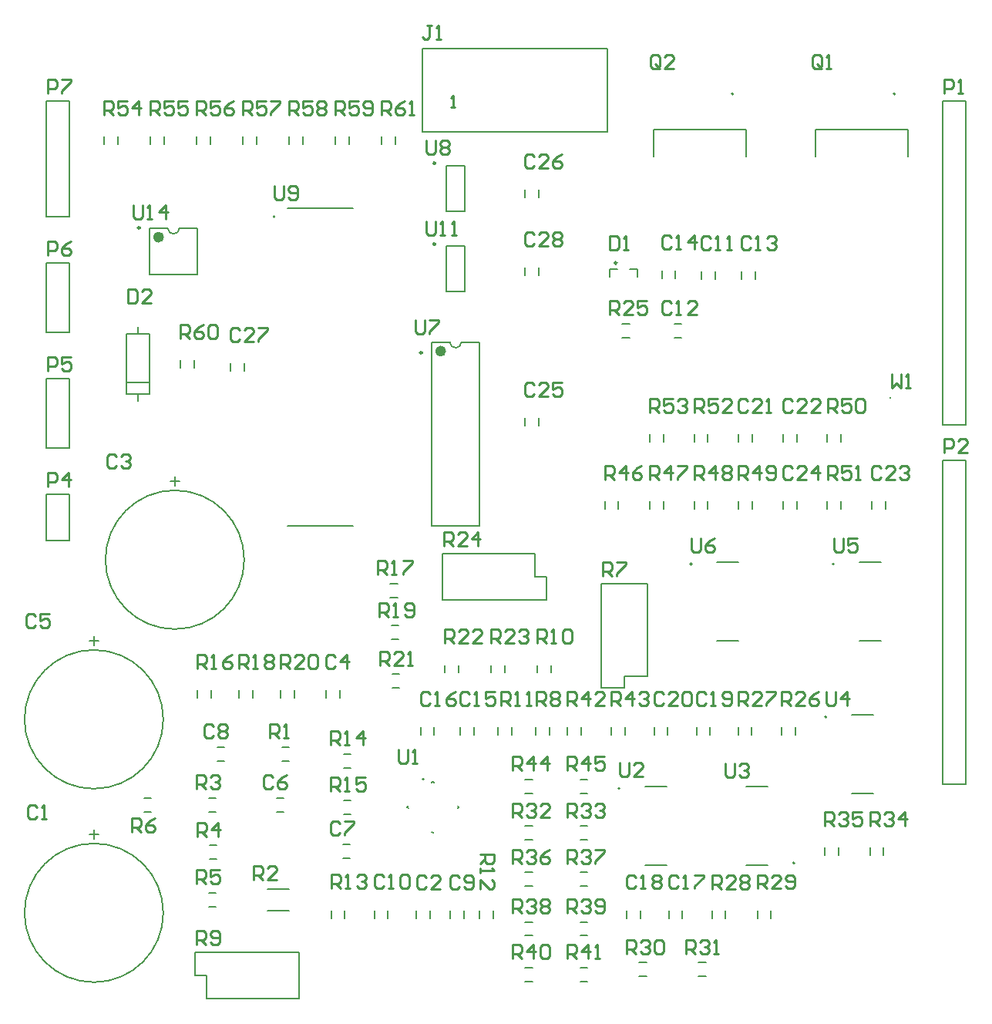
<source format=gto>
G04*
G04 #@! TF.GenerationSoftware,Altium Limited,Altium Designer,20.0.9 (164)*
G04*
G04 Layer_Color=65535*
%FSLAX25Y25*%
%MOIN*%
G70*
G01*
G75*
%ADD10C,0.00787*%
%ADD11C,0.02362*%
%ADD12C,0.00984*%
%ADD13C,0.00500*%
%ADD14C,0.00591*%
%ADD15C,0.01000*%
D10*
X103000Y212000D02*
G03*
X103000Y212000I-30000J0D01*
G01*
X68000Y59354D02*
G03*
X68000Y59354I-30000J0D01*
G01*
X116268Y360338D02*
G03*
X116268Y360338I-394J0D01*
G01*
X191953Y306102D02*
G03*
X196953Y306102I2500J0D01*
G01*
X69953Y355378D02*
G03*
X74953Y355378I2500J0D01*
G01*
X68000Y143000D02*
G03*
X68000Y143000I-30000J0D01*
G01*
X180792Y117026D02*
G03*
X180792Y117026I-394J0D01*
G01*
X384567Y413406D02*
G03*
X384567Y413406I-394J0D01*
G01*
X314567D02*
G03*
X314567Y413406I-394J0D01*
G01*
X354816Y144011D02*
G03*
X354816Y144011I-394J0D01*
G01*
X358193Y210142D02*
G03*
X358193Y210142I-394J0D01*
G01*
X296586D02*
G03*
X296586Y210142I-394J0D01*
G01*
X265449Y113142D02*
G03*
X265449Y113142I-394J0D01*
G01*
X341034Y80858D02*
G03*
X341034Y80858I-394J0D01*
G01*
X218662Y136334D02*
Y139483D01*
X212757Y136334D02*
Y139483D01*
X322730Y263026D02*
Y266175D01*
X316824Y263026D02*
Y266175D01*
X59740Y108953D02*
X62890D01*
X59740Y103047D02*
X62890D01*
X204726Y57110D02*
Y60260D01*
X210631Y57110D02*
Y60260D01*
X17453Y220338D02*
Y240338D01*
Y220338D02*
X27453D01*
Y240338D01*
X17453D02*
X27453D01*
X17453Y410338D02*
X27453D01*
Y360338D02*
Y410338D01*
X17453Y360338D02*
Y410338D01*
Y360338D02*
X27453D01*
X17453Y310338D02*
X27453D01*
X17453D02*
Y340338D01*
X27453D01*
Y310338D02*
Y340338D01*
X184020Y226574D02*
X204886D01*
X196953Y306102D02*
X204886D01*
X184020D02*
X191953D01*
X204886Y226574D02*
Y306102D01*
X184020Y226574D02*
Y306102D01*
X52213Y309653D02*
X62213D01*
X52213Y283653D02*
Y309653D01*
Y283653D02*
X62213D01*
Y309653D01*
X52213Y288653D02*
X62213D01*
X57213Y309653D02*
Y312653D01*
Y280653D02*
Y283653D01*
X17453Y290338D02*
X27453D01*
Y260338D02*
Y290338D01*
X17453Y260338D02*
X27453D01*
X17453D02*
Y290338D01*
X62020Y335299D02*
Y355378D01*
X82886Y335299D02*
Y355378D01*
X62020D02*
X69953D01*
X74953D02*
X82886D01*
X62020Y335299D02*
X82886D01*
X122500Y391763D02*
Y394913D01*
X128406Y391763D02*
Y394913D01*
X190516Y362735D02*
X198390D01*
X190516Y382420D02*
X198390D01*
Y362735D02*
Y382420D01*
X190516Y362735D02*
Y382420D01*
X88406Y391763D02*
Y394913D01*
X82500Y391763D02*
Y394913D01*
X68406Y391763D02*
Y394913D01*
X62500Y391763D02*
Y394913D01*
X108406Y391763D02*
Y394913D01*
X102500Y391763D02*
Y394913D01*
X148406Y391763D02*
Y394913D01*
X142500Y391763D02*
Y394913D01*
X168406Y391763D02*
Y394913D01*
X162500Y391763D02*
Y394913D01*
X42500Y391763D02*
Y394913D01*
X48406Y391763D02*
Y394913D01*
X97047Y293740D02*
Y296890D01*
X102953Y293740D02*
Y296890D01*
X81406Y295078D02*
Y298228D01*
X75500Y295078D02*
Y298228D01*
X224500Y368763D02*
Y371913D01*
X230406Y368763D02*
Y371913D01*
X230406Y270105D02*
Y273255D01*
X224500Y270105D02*
Y273255D01*
X224500Y335078D02*
Y338228D01*
X230406Y335078D02*
Y338228D01*
X190516Y327811D02*
X198390D01*
X190516Y347496D02*
X198390D01*
Y327811D02*
Y347496D01*
X190516Y327811D02*
Y347496D01*
X183429Y57110D02*
Y60260D01*
X177523Y57110D02*
Y60260D01*
X138354Y152425D02*
Y155575D01*
X144260Y152425D02*
Y155575D01*
X119370Y125047D02*
X122520D01*
X119370Y130953D02*
X122520D01*
X112906Y60276D02*
X122354D01*
X112906Y69724D02*
X122354D01*
X87740Y103047D02*
X90890D01*
X87740Y108953D02*
X90890D01*
X145740Y83047D02*
X148890D01*
X145740Y88953D02*
X148890D01*
X117055Y108953D02*
X120205D01*
X117055Y103047D02*
X120205D01*
X91370Y125047D02*
X94520D01*
X91370Y130953D02*
X94520D01*
X88055Y82547D02*
X91205D01*
X88055Y88453D02*
X91205D01*
X87740Y62047D02*
X90890D01*
X87740Y67953D02*
X90890D01*
X257500Y201500D02*
X277500D01*
X257500Y156500D02*
Y201500D01*
Y156500D02*
X267500D01*
Y161500D01*
X277500D01*
Y201500D01*
X229224Y136334D02*
Y139483D01*
X235130Y136334D02*
Y139483D01*
X126638Y22219D02*
Y42219D01*
X81638D02*
X126638D01*
X81638Y32219D02*
Y42219D01*
Y32219D02*
X86638D01*
Y22219D02*
Y32219D01*
Y22219D02*
X126638D01*
X235583Y163240D02*
Y166390D01*
X229677Y163240D02*
Y166390D01*
X192097Y57110D02*
Y60260D01*
X198002Y57110D02*
Y60260D01*
X159317Y57110D02*
Y60260D01*
X165222Y57110D02*
Y60260D01*
X146536Y57110D02*
Y60260D01*
X140630Y57110D02*
Y60260D01*
X146055Y122047D02*
X149205D01*
X146055Y127953D02*
X149205D01*
X146055Y102047D02*
X149205D01*
X146055Y107953D02*
X149205D01*
X82677Y152425D02*
Y155575D01*
X88583Y152425D02*
Y155575D01*
X166182Y195709D02*
X169331D01*
X166182Y201614D02*
X169331D01*
X100677Y152425D02*
Y155575D01*
X106583Y152425D02*
Y155575D01*
X166740Y177547D02*
X169890D01*
X166740Y183453D02*
X169890D01*
X118829Y152425D02*
Y155575D01*
X124734Y152425D02*
Y155575D01*
X195583Y163240D02*
Y166390D01*
X189677Y163240D02*
Y166390D01*
X167055Y156547D02*
X170205D01*
X167055Y162453D02*
X170205D01*
X215583Y163240D02*
Y166390D01*
X209677Y163240D02*
Y166390D01*
X188630Y194500D02*
Y214500D01*
Y194500D02*
X233630D01*
Y204500D01*
X228630D02*
X233630D01*
X228630D02*
Y214500D01*
X188630D02*
X228630D01*
X266425Y308047D02*
X269575D01*
X266425Y313953D02*
X269575D01*
X306709Y333425D02*
Y336575D01*
X300804Y333425D02*
Y336575D01*
X289072Y313953D02*
X292221D01*
X289072Y308047D02*
X292221D01*
X323953Y333425D02*
Y336575D01*
X318047Y333425D02*
Y336575D01*
X289465Y333716D02*
Y336866D01*
X283560Y333716D02*
Y336866D01*
X269756Y337756D02*
X272905D01*
Y334213D02*
Y337756D01*
X261094D02*
X264244D01*
X261094Y334213D02*
Y337756D01*
X405000Y122500D02*
Y255000D01*
Y115000D02*
Y122500D01*
Y115000D02*
X415000D01*
Y255000D01*
X405000D02*
X415000D01*
X405000Y277838D02*
Y410338D01*
Y270338D02*
Y277838D01*
Y270338D02*
X415000D01*
Y410338D01*
X405000D02*
X415000D01*
X202307Y136334D02*
Y139483D01*
X196402Y136334D02*
Y139483D01*
X382457Y281803D02*
Y282197D01*
X185182Y136334D02*
Y139483D01*
X179277Y136334D02*
Y139483D01*
X336024Y263026D02*
Y266175D01*
X341930Y263026D02*
Y266175D01*
X361130Y234084D02*
Y237233D01*
X355224Y234084D02*
Y237233D01*
X355224Y263026D02*
Y266175D01*
X361130Y263026D02*
Y266175D01*
X278424Y234084D02*
Y237233D01*
X284330Y234084D02*
Y237233D01*
X264799Y234084D02*
Y237233D01*
X258893Y234084D02*
Y237233D01*
X374424Y234084D02*
Y237233D01*
X380330Y234084D02*
Y237233D01*
X336024Y234084D02*
Y237233D01*
X341930Y234084D02*
Y237233D01*
X297624Y234084D02*
Y237233D01*
X303530Y234084D02*
Y237233D01*
X316824Y234084D02*
Y237233D01*
X322730Y234084D02*
Y237233D01*
X303530Y263026D02*
Y266175D01*
X297624Y263026D02*
Y266175D01*
X284330Y263026D02*
Y266175D01*
X278424Y263026D02*
Y266175D01*
X322481Y136334D02*
Y139483D01*
X316575Y136334D02*
Y139483D01*
X335464Y136334D02*
Y139483D01*
X341369Y136334D02*
Y139483D01*
X324905Y57110D02*
Y60260D01*
X330811Y57110D02*
Y60260D01*
X311152Y57110D02*
Y60260D01*
X305246Y57110D02*
Y60260D01*
X299508Y31921D02*
X302657D01*
X299508Y37826D02*
X302657D01*
X273883Y31921D02*
X277033D01*
X273883Y37826D02*
X277033D01*
X248308Y90905D02*
X251458D01*
X248308Y96811D02*
X251458D01*
X224425Y90905D02*
X227575D01*
X224425Y96811D02*
X227575D01*
X292476Y57110D02*
Y60260D01*
X286571Y57110D02*
Y60260D01*
X354047Y84425D02*
Y87575D01*
X359953Y84425D02*
Y87575D01*
X379498Y84425D02*
Y87575D01*
X373592Y84425D02*
Y87575D01*
X274277Y57110D02*
Y60260D01*
X268372Y57110D02*
Y60260D01*
X224471Y70902D02*
X227621D01*
X224471Y76808D02*
X227621D01*
X298561Y136334D02*
Y139483D01*
X304467Y136334D02*
Y139483D01*
X248354Y76808D02*
X251504D01*
X248354Y70902D02*
X251504D01*
X280255Y136334D02*
Y139483D01*
X286161Y136334D02*
Y139483D01*
X224471Y49501D02*
X227621D01*
X224471Y55407D02*
X227621D01*
X248354Y55407D02*
X251504D01*
X248354Y49501D02*
X251504D01*
X224471Y29774D02*
X227621D01*
X224471Y35680D02*
X227621D01*
X248354Y35680D02*
X251504D01*
X248354Y29774D02*
X251504D01*
X248702Y136334D02*
Y139483D01*
X242796Y136334D02*
Y139483D01*
X267705Y136334D02*
Y139483D01*
X261799Y136334D02*
Y139483D01*
X224425Y111047D02*
X227575D01*
X224425Y116953D02*
X227575D01*
X248308Y116953D02*
X251458D01*
X248308Y111047D02*
X251458D01*
D11*
X189138Y302165D02*
G03*
X189138Y302165I-1181J0D01*
G01*
X67138Y351441D02*
G03*
X67138Y351441I-1181J0D01*
G01*
D12*
X179945Y301456D02*
G03*
X179945Y301456I-492J0D01*
G01*
X57945Y355456D02*
G03*
X57945Y355456I-492J0D01*
G01*
X185693Y383423D02*
G03*
X185693Y383423I-492J0D01*
G01*
Y348499D02*
G03*
X185693Y348499I-492J0D01*
G01*
X264146Y340315D02*
G03*
X264146Y340315I-492J0D01*
G01*
D13*
X121703Y226618D02*
X150203D01*
X121703Y364059D02*
X150203D01*
X184157Y94338D02*
X184630Y93864D01*
X195292Y105473D02*
X195765Y105000D01*
X173494D02*
X173968Y104527D01*
X184630Y116136D02*
X185103Y115662D01*
X184630Y93864D02*
X185103Y94338D01*
X195292Y104527D02*
X195765Y105000D01*
X173494D02*
X173968Y105473D01*
X184157Y115662D02*
X184630Y116136D01*
X390000Y386232D02*
Y398063D01*
X350000Y386232D02*
Y398063D01*
X390000D01*
X320000Y386232D02*
Y398063D01*
X280000Y386232D02*
Y398063D01*
X320000D01*
X179921Y397087D02*
Y432913D01*
Y397087D02*
X260079D01*
Y432913D01*
X179921D02*
X260079D01*
X365761Y110842D02*
X374973D01*
X365761Y144897D02*
X374973D01*
X369138Y176972D02*
X378350D01*
X369138Y211028D02*
X378350D01*
X307531Y176972D02*
X316744D01*
X307531Y211028D02*
X316744D01*
X276394Y79972D02*
X285606D01*
X276394Y114028D02*
X285606D01*
X320089D02*
X329302D01*
X320089Y79972D02*
X329302D01*
D14*
X72949Y244015D02*
Y247951D01*
X70981Y245983D02*
X74917D01*
X37949Y91369D02*
Y95305D01*
X35981Y93337D02*
X39917D01*
X37949Y175015D02*
Y178951D01*
X35981Y176983D02*
X39917D01*
D15*
X192500Y407500D02*
X194166D01*
X193333D01*
Y412498D01*
X192500Y411665D01*
X47599Y256498D02*
X46599Y257498D01*
X44600D01*
X43600Y256498D01*
Y252500D01*
X44600Y251500D01*
X46599D01*
X47599Y252500D01*
X49598Y256498D02*
X50598Y257498D01*
X52597D01*
X53597Y256498D01*
Y255499D01*
X52597Y254499D01*
X51597D01*
X52597D01*
X53597Y253499D01*
Y252500D01*
X52597Y251500D01*
X50598D01*
X49598Y252500D01*
X383100Y292198D02*
Y286200D01*
X385099Y288199D01*
X387099Y286200D01*
Y292198D01*
X389098Y286200D02*
X391097D01*
X390098D01*
Y292198D01*
X389098Y291198D01*
X55053Y365436D02*
Y360438D01*
X56053Y359438D01*
X58052D01*
X59052Y360438D01*
Y365436D01*
X61051Y359438D02*
X63050D01*
X62051D01*
Y365436D01*
X61051Y364437D01*
X69048Y359438D02*
Y365436D01*
X66049Y362437D01*
X70048D01*
X181853Y358436D02*
Y353438D01*
X182853Y352438D01*
X184852D01*
X185852Y353438D01*
Y358436D01*
X187851Y352438D02*
X189850D01*
X188851D01*
Y358436D01*
X187851Y357436D01*
X192849Y352438D02*
X194849D01*
X193849D01*
Y358436D01*
X192849Y357436D01*
X116053Y373636D02*
Y368638D01*
X117053Y367638D01*
X119052D01*
X120052Y368638D01*
Y373636D01*
X122051Y368638D02*
X123051Y367638D01*
X125050D01*
X126050Y368638D01*
Y372637D01*
X125050Y373636D01*
X123051D01*
X122051Y372637D01*
Y371637D01*
X123051Y370637D01*
X126050D01*
X181853Y393436D02*
Y388438D01*
X182853Y387438D01*
X184852D01*
X185852Y388438D01*
Y393436D01*
X187851Y392437D02*
X188851Y393436D01*
X190850D01*
X191850Y392437D01*
Y391437D01*
X190850Y390437D01*
X191850Y389438D01*
Y388438D01*
X190850Y387438D01*
X188851D01*
X187851Y388438D01*
Y389438D01*
X188851Y390437D01*
X187851Y391437D01*
Y392437D01*
X188851Y390437D02*
X190850D01*
X177053Y315536D02*
Y310538D01*
X178053Y309538D01*
X180052D01*
X181052Y310538D01*
Y315536D01*
X183051D02*
X187050D01*
Y314536D01*
X183051Y310538D01*
Y309538D01*
X296387Y221148D02*
Y216150D01*
X297387Y215150D01*
X299386D01*
X300386Y216150D01*
Y221148D01*
X306384D02*
X304385Y220148D01*
X302385Y218149D01*
Y216150D01*
X303385Y215150D01*
X305384D01*
X306384Y216150D01*
Y217149D01*
X305384Y218149D01*
X302385D01*
X357994Y221148D02*
Y216150D01*
X358994Y215150D01*
X360993D01*
X361993Y216150D01*
Y221148D01*
X367991D02*
X363992D01*
Y218149D01*
X365991Y219149D01*
X366991D01*
X367991Y218149D01*
Y216150D01*
X366991Y215150D01*
X364992D01*
X363992Y216150D01*
X354617Y155017D02*
Y150019D01*
X355617Y149019D01*
X357616D01*
X358616Y150019D01*
Y155017D01*
X363614Y149019D02*
Y155017D01*
X360615Y152018D01*
X364614D01*
X310995Y124098D02*
Y119100D01*
X311995Y118100D01*
X313994D01*
X314994Y119100D01*
Y124098D01*
X316993Y123098D02*
X317993Y124098D01*
X319992D01*
X320992Y123098D01*
Y122099D01*
X319992Y121099D01*
X318993D01*
X319992D01*
X320992Y120099D01*
Y119100D01*
X319992Y118100D01*
X317993D01*
X316993Y119100D01*
X265250Y124148D02*
Y119150D01*
X266250Y118150D01*
X268249D01*
X269249Y119150D01*
Y124148D01*
X275247Y118150D02*
X271248D01*
X275247Y122149D01*
Y123148D01*
X274247Y124148D01*
X272248D01*
X271248Y123148D01*
X169630Y129998D02*
Y125000D01*
X170630Y124000D01*
X172629D01*
X173629Y125000D01*
Y129998D01*
X175628Y124000D02*
X177627D01*
X176628D01*
Y129998D01*
X175628Y128998D01*
X162553Y404438D02*
Y410436D01*
X165552D01*
X166552Y409437D01*
Y407437D01*
X165552Y406437D01*
X162553D01*
X164552D02*
X166552Y404438D01*
X172550Y410436D02*
X170550Y409437D01*
X168551Y407437D01*
Y405438D01*
X169551Y404438D01*
X171550D01*
X172550Y405438D01*
Y406437D01*
X171550Y407437D01*
X168551D01*
X174549Y404438D02*
X176548D01*
X175549D01*
Y410436D01*
X174549Y409437D01*
X75553Y307738D02*
Y313736D01*
X78552D01*
X79552Y312737D01*
Y310737D01*
X78552Y309737D01*
X75553D01*
X77552D02*
X79552Y307738D01*
X85550Y313736D02*
X83550Y312737D01*
X81551Y310737D01*
Y308738D01*
X82551Y307738D01*
X84550D01*
X85550Y308738D01*
Y309737D01*
X84550Y310737D01*
X81551D01*
X87549Y312737D02*
X88549Y313736D01*
X90548D01*
X91548Y312737D01*
Y308738D01*
X90548Y307738D01*
X88549D01*
X87549Y308738D01*
Y312737D01*
X142553Y404438D02*
Y410436D01*
X145552D01*
X146552Y409437D01*
Y407437D01*
X145552Y406437D01*
X142553D01*
X144552D02*
X146552Y404438D01*
X152550Y410436D02*
X148551D01*
Y407437D01*
X150550Y408437D01*
X151550D01*
X152550Y407437D01*
Y405438D01*
X151550Y404438D01*
X149551D01*
X148551Y405438D01*
X154549D02*
X155549Y404438D01*
X157548D01*
X158548Y405438D01*
Y409437D01*
X157548Y410436D01*
X155549D01*
X154549Y409437D01*
Y408437D01*
X155549Y407437D01*
X158548D01*
X122553Y404438D02*
Y410436D01*
X125552D01*
X126552Y409437D01*
Y407437D01*
X125552Y406437D01*
X122553D01*
X124552D02*
X126552Y404438D01*
X132550Y410436D02*
X128551D01*
Y407437D01*
X130550Y408437D01*
X131550D01*
X132550Y407437D01*
Y405438D01*
X131550Y404438D01*
X129551D01*
X128551Y405438D01*
X134549Y409437D02*
X135549Y410436D01*
X137548D01*
X138548Y409437D01*
Y408437D01*
X137548Y407437D01*
X138548Y406437D01*
Y405438D01*
X137548Y404438D01*
X135549D01*
X134549Y405438D01*
Y406437D01*
X135549Y407437D01*
X134549Y408437D01*
Y409437D01*
X135549Y407437D02*
X137548D01*
X102553Y404438D02*
Y410436D01*
X105552D01*
X106552Y409437D01*
Y407437D01*
X105552Y406437D01*
X102553D01*
X104552D02*
X106552Y404438D01*
X112550Y410436D02*
X108551D01*
Y407437D01*
X110550Y408437D01*
X111550D01*
X112550Y407437D01*
Y405438D01*
X111550Y404438D01*
X109551D01*
X108551Y405438D01*
X114549Y410436D02*
X118548D01*
Y409437D01*
X114549Y405438D01*
Y404438D01*
X82553D02*
Y410436D01*
X85552D01*
X86552Y409437D01*
Y407437D01*
X85552Y406437D01*
X82553D01*
X84552D02*
X86552Y404438D01*
X92550Y410436D02*
X88551D01*
Y407437D01*
X90550Y408437D01*
X91550D01*
X92550Y407437D01*
Y405438D01*
X91550Y404438D01*
X89551D01*
X88551Y405438D01*
X98548Y410436D02*
X96548Y409437D01*
X94549Y407437D01*
Y405438D01*
X95549Y404438D01*
X97548D01*
X98548Y405438D01*
Y406437D01*
X97548Y407437D01*
X94549D01*
X62553Y404438D02*
Y410436D01*
X65552D01*
X66552Y409437D01*
Y407437D01*
X65552Y406437D01*
X62553D01*
X64552D02*
X66552Y404438D01*
X72550Y410436D02*
X68551D01*
Y407437D01*
X70550Y408437D01*
X71550D01*
X72550Y407437D01*
Y405438D01*
X71550Y404438D01*
X69551D01*
X68551Y405438D01*
X78548Y410436D02*
X74549D01*
Y407437D01*
X76548Y408437D01*
X77548D01*
X78548Y407437D01*
Y405438D01*
X77548Y404438D01*
X75549D01*
X74549Y405438D01*
X42553Y404438D02*
Y410436D01*
X45552D01*
X46552Y409437D01*
Y407437D01*
X45552Y406437D01*
X42553D01*
X44552D02*
X46552Y404438D01*
X52550Y410436D02*
X48551D01*
Y407437D01*
X50550Y408437D01*
X51550D01*
X52550Y407437D01*
Y405438D01*
X51550Y404438D01*
X49551D01*
X48551Y405438D01*
X57548Y404438D02*
Y410436D01*
X54549Y407437D01*
X58548D01*
X278427Y275651D02*
Y281648D01*
X281426D01*
X282426Y280649D01*
Y278649D01*
X281426Y277650D01*
X278427D01*
X280426D02*
X282426Y275651D01*
X288424Y281648D02*
X284425D01*
Y278649D01*
X286424Y279649D01*
X287424D01*
X288424Y278649D01*
Y276650D01*
X287424Y275651D01*
X285425D01*
X284425Y276650D01*
X290423Y280649D02*
X291423Y281648D01*
X293422D01*
X294422Y280649D01*
Y279649D01*
X293422Y278649D01*
X292423D01*
X293422D01*
X294422Y277650D01*
Y276650D01*
X293422Y275651D01*
X291423D01*
X290423Y276650D01*
X297627Y275651D02*
Y281648D01*
X300626D01*
X301626Y280649D01*
Y278649D01*
X300626Y277650D01*
X297627D01*
X299626D02*
X301626Y275651D01*
X307624Y281648D02*
X303625D01*
Y278649D01*
X305625Y279649D01*
X306624D01*
X307624Y278649D01*
Y276650D01*
X306624Y275651D01*
X304625D01*
X303625Y276650D01*
X313622Y275651D02*
X309623D01*
X313622Y279649D01*
Y280649D01*
X312622Y281648D01*
X310623D01*
X309623Y280649D01*
X355277Y246759D02*
Y252757D01*
X358276D01*
X359276Y251757D01*
Y249758D01*
X358276Y248758D01*
X355277D01*
X357276D02*
X359276Y246759D01*
X365274Y252757D02*
X361275D01*
Y249758D01*
X363275Y250757D01*
X364274D01*
X365274Y249758D01*
Y247758D01*
X364274Y246759D01*
X362275D01*
X361275Y247758D01*
X367273Y246759D02*
X369272D01*
X368273D01*
Y252757D01*
X367273Y251757D01*
X355277Y275700D02*
Y281698D01*
X358276D01*
X359276Y280699D01*
Y278699D01*
X358276Y277700D01*
X355277D01*
X357276D02*
X359276Y275700D01*
X365274Y281698D02*
X361275D01*
Y278699D01*
X363275Y279699D01*
X364274D01*
X365274Y278699D01*
Y276700D01*
X364274Y275700D01*
X362275D01*
X361275Y276700D01*
X367273Y280699D02*
X368273Y281698D01*
X370272D01*
X371272Y280699D01*
Y276700D01*
X370272Y275700D01*
X368273D01*
X367273Y276700D01*
Y280699D01*
X316877Y246774D02*
Y252772D01*
X319876D01*
X320876Y251772D01*
Y249773D01*
X319876Y248773D01*
X316877D01*
X318876D02*
X320876Y246774D01*
X325874D02*
Y252772D01*
X322875Y249773D01*
X326874D01*
X328873Y247773D02*
X329873Y246774D01*
X331872D01*
X332872Y247773D01*
Y251772D01*
X331872Y252772D01*
X329873D01*
X328873Y251772D01*
Y250772D01*
X329873Y249773D01*
X332872D01*
X297677Y246774D02*
Y252772D01*
X300676D01*
X301676Y251772D01*
Y249773D01*
X300676Y248773D01*
X297677D01*
X299676D02*
X301676Y246774D01*
X306674D02*
Y252772D01*
X303675Y249773D01*
X307674D01*
X309673Y251772D02*
X310673Y252772D01*
X312672D01*
X313672Y251772D01*
Y250772D01*
X312672Y249773D01*
X313672Y248773D01*
Y247773D01*
X312672Y246774D01*
X310673D01*
X309673Y247773D01*
Y248773D01*
X310673Y249773D01*
X309673Y250772D01*
Y251772D01*
X310673Y249773D02*
X312672D01*
X278477Y246759D02*
Y252757D01*
X281476D01*
X282476Y251757D01*
Y249758D01*
X281476Y248758D01*
X278477D01*
X280476D02*
X282476Y246759D01*
X287474D02*
Y252757D01*
X284475Y249758D01*
X288474D01*
X290473Y252757D02*
X294472D01*
Y251757D01*
X290473Y247758D01*
Y246759D01*
X258896Y246709D02*
Y252707D01*
X261895D01*
X262895Y251707D01*
Y249708D01*
X261895Y248708D01*
X258896D01*
X260895D02*
X262895Y246709D01*
X267893D02*
Y252707D01*
X264894Y249708D01*
X268893D01*
X274891Y252707D02*
X272891Y251707D01*
X270892Y249708D01*
Y247708D01*
X271892Y246709D01*
X273891D01*
X274891Y247708D01*
Y248708D01*
X273891Y249708D01*
X270892D01*
X242798Y120900D02*
Y126898D01*
X245797D01*
X246797Y125898D01*
Y123899D01*
X245797Y122899D01*
X242798D01*
X244797D02*
X246797Y120900D01*
X251795D02*
Y126898D01*
X248796Y123899D01*
X252795D01*
X258793Y126898D02*
X254794D01*
Y123899D01*
X256793Y124899D01*
X257793D01*
X258793Y123899D01*
Y121900D01*
X257793Y120900D01*
X255794D01*
X254794Y121900D01*
X218900Y120900D02*
Y126898D01*
X221899D01*
X222899Y125898D01*
Y123899D01*
X221899Y122899D01*
X218900D01*
X220899D02*
X222899Y120900D01*
X227897D02*
Y126898D01*
X224898Y123899D01*
X228897D01*
X233895Y120900D02*
Y126898D01*
X230896Y123899D01*
X234895D01*
X261802Y148959D02*
Y154957D01*
X264801D01*
X265800Y153957D01*
Y151958D01*
X264801Y150958D01*
X261802D01*
X263801D02*
X265800Y148959D01*
X270799D02*
Y154957D01*
X267800Y151958D01*
X271798D01*
X273798Y153957D02*
X274798Y154957D01*
X276797D01*
X277797Y153957D01*
Y152957D01*
X276797Y151958D01*
X275797D01*
X276797D01*
X277797Y150958D01*
Y149958D01*
X276797Y148959D01*
X274798D01*
X273798Y149958D01*
X242849Y149009D02*
Y155007D01*
X245848D01*
X246848Y154007D01*
Y152008D01*
X245848Y151008D01*
X242849D01*
X244848D02*
X246848Y149009D01*
X251846D02*
Y155007D01*
X248847Y152008D01*
X252846D01*
X258844Y149009D02*
X254845D01*
X258844Y153007D01*
Y154007D01*
X257844Y155007D01*
X255845D01*
X254845Y154007D01*
X242829Y39627D02*
Y45625D01*
X245828D01*
X246828Y44625D01*
Y42626D01*
X245828Y41626D01*
X242829D01*
X244829D02*
X246828Y39627D01*
X251826D02*
Y45625D01*
X248827Y42626D01*
X252826D01*
X254825Y39627D02*
X256825D01*
X255825D01*
Y45625D01*
X254825Y44625D01*
X218946Y39627D02*
Y45625D01*
X221945D01*
X222945Y44625D01*
Y42626D01*
X221945Y41626D01*
X218946D01*
X220946D02*
X222945Y39627D01*
X227943D02*
Y45625D01*
X224944Y42626D01*
X228943D01*
X230942Y44625D02*
X231942Y45625D01*
X233941D01*
X234941Y44625D01*
Y40627D01*
X233941Y39627D01*
X231942D01*
X230942Y40627D01*
Y44625D01*
X242829Y59354D02*
Y65352D01*
X245828D01*
X246828Y64352D01*
Y62353D01*
X245828Y61353D01*
X242829D01*
X244829D02*
X246828Y59354D01*
X248827Y64352D02*
X249827Y65352D01*
X251826D01*
X252826Y64352D01*
Y63353D01*
X251826Y62353D01*
X250827D01*
X251826D01*
X252826Y61353D01*
Y60354D01*
X251826Y59354D01*
X249827D01*
X248827Y60354D01*
X254825D02*
X255825Y59354D01*
X257824D01*
X258824Y60354D01*
Y64352D01*
X257824Y65352D01*
X255825D01*
X254825Y64352D01*
Y63353D01*
X255825Y62353D01*
X258824D01*
X218946Y59354D02*
Y65352D01*
X221945D01*
X222945Y64352D01*
Y62353D01*
X221945Y61353D01*
X218946D01*
X220946D02*
X222945Y59354D01*
X224944Y64352D02*
X225944Y65352D01*
X227943D01*
X228943Y64352D01*
Y63353D01*
X227943Y62353D01*
X226943D01*
X227943D01*
X228943Y61353D01*
Y60354D01*
X227943Y59354D01*
X225944D01*
X224944Y60354D01*
X230942Y64352D02*
X231942Y65352D01*
X233941D01*
X234941Y64352D01*
Y63353D01*
X233941Y62353D01*
X234941Y61353D01*
Y60354D01*
X233941Y59354D01*
X231942D01*
X230942Y60354D01*
Y61353D01*
X231942Y62353D01*
X230942Y63353D01*
Y64352D01*
X231942Y62353D02*
X233941D01*
X242829Y80755D02*
Y86753D01*
X245828D01*
X246828Y85753D01*
Y83754D01*
X245828Y82754D01*
X242829D01*
X244829D02*
X246828Y80755D01*
X248827Y85753D02*
X249827Y86753D01*
X251826D01*
X252826Y85753D01*
Y84754D01*
X251826Y83754D01*
X250827D01*
X251826D01*
X252826Y82754D01*
Y81755D01*
X251826Y80755D01*
X249827D01*
X248827Y81755D01*
X254825Y86753D02*
X258824D01*
Y85753D01*
X254825Y81755D01*
Y80755D01*
X218946Y80755D02*
Y86753D01*
X221945D01*
X222945Y85753D01*
Y83754D01*
X221945Y82754D01*
X218946D01*
X220946D02*
X222945Y80755D01*
X224944Y85753D02*
X225944Y86753D01*
X227943D01*
X228943Y85753D01*
Y84754D01*
X227943Y83754D01*
X226943D01*
X227943D01*
X228943Y82754D01*
Y81755D01*
X227943Y80755D01*
X225944D01*
X224944Y81755D01*
X234941Y86753D02*
X232942Y85753D01*
X230942Y83754D01*
Y81755D01*
X231942Y80755D01*
X233941D01*
X234941Y81755D01*
Y82754D01*
X233941Y83754D01*
X230942D01*
X354100Y97100D02*
Y103098D01*
X357099D01*
X358099Y102098D01*
Y100099D01*
X357099Y99099D01*
X354100D01*
X356099D02*
X358099Y97100D01*
X360098Y102098D02*
X361098Y103098D01*
X363097D01*
X364097Y102098D01*
Y101099D01*
X363097Y100099D01*
X362097D01*
X363097D01*
X364097Y99099D01*
Y98100D01*
X363097Y97100D01*
X361098D01*
X360098Y98100D01*
X370095Y103098D02*
X366096D01*
Y100099D01*
X368095Y101099D01*
X369095D01*
X370095Y100099D01*
Y98100D01*
X369095Y97100D01*
X367096D01*
X366096Y98100D01*
X373595Y97050D02*
Y103048D01*
X376594D01*
X377594Y102048D01*
Y100049D01*
X376594Y99049D01*
X373595D01*
X375594D02*
X377594Y97050D01*
X379593Y102048D02*
X380593Y103048D01*
X382592D01*
X383592Y102048D01*
Y101049D01*
X382592Y100049D01*
X381593D01*
X382592D01*
X383592Y99049D01*
Y98050D01*
X382592Y97050D01*
X380593D01*
X379593Y98050D01*
X388590Y97050D02*
Y103048D01*
X385591Y100049D01*
X389590D01*
X242783Y100758D02*
Y106756D01*
X245782D01*
X246782Y105756D01*
Y103757D01*
X245782Y102757D01*
X242783D01*
X244782D02*
X246782Y100758D01*
X248781Y105756D02*
X249781Y106756D01*
X251780D01*
X252780Y105756D01*
Y104757D01*
X251780Y103757D01*
X250781D01*
X251780D01*
X252780Y102757D01*
Y101758D01*
X251780Y100758D01*
X249781D01*
X248781Y101758D01*
X254779Y105756D02*
X255779Y106756D01*
X257778D01*
X258778Y105756D01*
Y104757D01*
X257778Y103757D01*
X256779D01*
X257778D01*
X258778Y102757D01*
Y101758D01*
X257778Y100758D01*
X255779D01*
X254779Y101758D01*
X218900Y100758D02*
Y106756D01*
X221899D01*
X222899Y105756D01*
Y103757D01*
X221899Y102757D01*
X218900D01*
X220899D02*
X222899Y100758D01*
X224898Y105756D02*
X225898Y106756D01*
X227897D01*
X228897Y105756D01*
Y104757D01*
X227897Y103757D01*
X226897D01*
X227897D01*
X228897Y102757D01*
Y101758D01*
X227897Y100758D01*
X225898D01*
X224898Y101758D01*
X234895Y100758D02*
X230896D01*
X234895Y104757D01*
Y105756D01*
X233895Y106756D01*
X231896D01*
X230896Y105756D01*
X293982Y41773D02*
Y47771D01*
X296981D01*
X297981Y46772D01*
Y44772D01*
X296981Y43773D01*
X293982D01*
X295982D02*
X297981Y41773D01*
X299980Y46772D02*
X300980Y47771D01*
X302979D01*
X303979Y46772D01*
Y45772D01*
X302979Y44772D01*
X301980D01*
X302979D01*
X303979Y43773D01*
Y42773D01*
X302979Y41773D01*
X300980D01*
X299980Y42773D01*
X305978Y41773D02*
X307978D01*
X306978D01*
Y47771D01*
X305978Y46772D01*
X268358Y41773D02*
Y47771D01*
X271357D01*
X272357Y46772D01*
Y44772D01*
X271357Y43773D01*
X268358D01*
X270357D02*
X272357Y41773D01*
X274356Y46772D02*
X275356Y47771D01*
X277355D01*
X278355Y46772D01*
Y45772D01*
X277355Y44772D01*
X276356D01*
X277355D01*
X278355Y43773D01*
Y42773D01*
X277355Y41773D01*
X275356D01*
X274356Y42773D01*
X280354Y46772D02*
X281354Y47771D01*
X283353D01*
X284353Y46772D01*
Y42773D01*
X283353Y41773D01*
X281354D01*
X280354Y42773D01*
Y46772D01*
X324958Y69785D02*
Y75783D01*
X327957D01*
X328957Y74783D01*
Y72784D01*
X327957Y71784D01*
X324958D01*
X326958D02*
X328957Y69785D01*
X334955D02*
X330956D01*
X334955Y73784D01*
Y74783D01*
X333955Y75783D01*
X331956D01*
X330956Y74783D01*
X336954Y70785D02*
X337954Y69785D01*
X339953D01*
X340953Y70785D01*
Y74783D01*
X339953Y75783D01*
X337954D01*
X336954Y74783D01*
Y73784D01*
X337954Y72784D01*
X340953D01*
X305249Y69735D02*
Y75733D01*
X308248D01*
X309248Y74734D01*
Y72734D01*
X308248Y71734D01*
X305249D01*
X307248D02*
X309248Y69735D01*
X315246D02*
X311247D01*
X315246Y73734D01*
Y74734D01*
X314246Y75733D01*
X312247D01*
X311247Y74734D01*
X317245D02*
X318245Y75733D01*
X320244D01*
X321244Y74734D01*
Y73734D01*
X320244Y72734D01*
X321244Y71734D01*
Y70735D01*
X320244Y69735D01*
X318245D01*
X317245Y70735D01*
Y71734D01*
X318245Y72734D01*
X317245Y73734D01*
Y74734D01*
X318245Y72734D02*
X320244D01*
X316620Y148994D02*
Y154992D01*
X319619D01*
X320618Y153992D01*
Y151993D01*
X319619Y150993D01*
X316620D01*
X318619D02*
X320618Y148994D01*
X326617D02*
X322618D01*
X326617Y152993D01*
Y153992D01*
X325617Y154992D01*
X323618D01*
X322618Y153992D01*
X328616Y154992D02*
X332615D01*
Y153992D01*
X328616Y149994D01*
Y148994D01*
X335520D02*
Y154992D01*
X338519D01*
X339518Y153992D01*
Y151993D01*
X338519Y150993D01*
X335520D01*
X337519D02*
X339518Y148994D01*
X345516D02*
X341518D01*
X345516Y152993D01*
Y153992D01*
X344517Y154992D01*
X342517D01*
X341518Y153992D01*
X351515Y154992D02*
X349515Y153992D01*
X347516Y151993D01*
Y149994D01*
X348516Y148994D01*
X350515D01*
X351515Y149994D01*
Y150993D01*
X350515Y151993D01*
X347516D01*
X260900Y317900D02*
Y323898D01*
X263899D01*
X264899Y322898D01*
Y320899D01*
X263899Y319899D01*
X260900D01*
X262899D02*
X264899Y317900D01*
X270897D02*
X266898D01*
X270897Y321899D01*
Y322898D01*
X269897Y323898D01*
X267898D01*
X266898Y322898D01*
X276895Y323898D02*
X272896D01*
Y320899D01*
X274896Y321899D01*
X275895D01*
X276895Y320899D01*
Y318900D01*
X275895Y317900D01*
X273896D01*
X272896Y318900D01*
X189230Y217900D02*
Y223898D01*
X192229D01*
X193229Y222898D01*
Y220899D01*
X192229Y219899D01*
X189230D01*
X191229D02*
X193229Y217900D01*
X199227D02*
X195228D01*
X199227Y221899D01*
Y222898D01*
X198227Y223898D01*
X196228D01*
X195228Y222898D01*
X204225Y217900D02*
Y223898D01*
X201226Y220899D01*
X205225D01*
X209680Y175865D02*
Y181863D01*
X212679D01*
X213679Y180863D01*
Y178864D01*
X212679Y177864D01*
X209680D01*
X211679D02*
X213679Y175865D01*
X219677D02*
X215678D01*
X219677Y179864D01*
Y180863D01*
X218677Y181863D01*
X216678D01*
X215678Y180863D01*
X221676D02*
X222676Y181863D01*
X224675D01*
X225675Y180863D01*
Y179864D01*
X224675Y178864D01*
X223675D01*
X224675D01*
X225675Y177864D01*
Y176865D01*
X224675Y175865D01*
X222676D01*
X221676Y176865D01*
X189680Y175865D02*
Y181863D01*
X192679D01*
X193679Y180863D01*
Y178864D01*
X192679Y177864D01*
X189680D01*
X191679D02*
X193679Y175865D01*
X199677D02*
X195678D01*
X199677Y179864D01*
Y180863D01*
X198677Y181863D01*
X196678D01*
X195678Y180863D01*
X205675Y175865D02*
X201676D01*
X205675Y179864D01*
Y180863D01*
X204675Y181863D01*
X202676D01*
X201676Y180863D01*
X161580Y166450D02*
Y172448D01*
X164579D01*
X165579Y171448D01*
Y169449D01*
X164579Y168449D01*
X161580D01*
X163579D02*
X165579Y166450D01*
X171577D02*
X167578D01*
X171577Y170449D01*
Y171448D01*
X170577Y172448D01*
X168578D01*
X167578Y171448D01*
X173576Y166450D02*
X175575D01*
X174576D01*
Y172448D01*
X173576Y171448D01*
X118881Y165085D02*
Y171083D01*
X121880D01*
X122880Y170083D01*
Y168084D01*
X121880Y167084D01*
X118881D01*
X120881D02*
X122880Y165085D01*
X128878D02*
X124880D01*
X128878Y169084D01*
Y170083D01*
X127878Y171083D01*
X125879D01*
X124880Y170083D01*
X130877D02*
X131877Y171083D01*
X133877D01*
X134876Y170083D01*
Y166085D01*
X133877Y165085D01*
X131877D01*
X130877Y166085D01*
Y170083D01*
X161265Y187450D02*
Y193448D01*
X164264D01*
X165264Y192448D01*
Y190449D01*
X164264Y189449D01*
X161265D01*
X163264D02*
X165264Y187450D01*
X167263D02*
X169262D01*
X168263D01*
Y193448D01*
X167263Y192448D01*
X172261Y188450D02*
X173261Y187450D01*
X175260D01*
X176260Y188450D01*
Y192448D01*
X175260Y193448D01*
X173261D01*
X172261Y192448D01*
Y191449D01*
X173261Y190449D01*
X176260D01*
X100730Y165085D02*
Y171083D01*
X103729D01*
X104729Y170083D01*
Y168084D01*
X103729Y167084D01*
X100730D01*
X102729D02*
X104729Y165085D01*
X106728D02*
X108727D01*
X107728D01*
Y171083D01*
X106728Y170083D01*
X111726D02*
X112726Y171083D01*
X114725D01*
X115725Y170083D01*
Y169084D01*
X114725Y168084D01*
X115725Y167084D01*
Y166085D01*
X114725Y165085D01*
X112726D01*
X111726Y166085D01*
Y167084D01*
X112726Y168084D01*
X111726Y169084D01*
Y170083D01*
X112726Y168084D02*
X114725D01*
X160706Y205611D02*
Y211610D01*
X163706D01*
X164705Y210610D01*
Y208611D01*
X163706Y207611D01*
X160706D01*
X162706D02*
X164705Y205611D01*
X166704D02*
X168704D01*
X167704D01*
Y211610D01*
X166704Y210610D01*
X171703Y211610D02*
X175702D01*
Y210610D01*
X171703Y206611D01*
Y205611D01*
X82730Y165085D02*
Y171083D01*
X85729D01*
X86729Y170083D01*
Y168084D01*
X85729Y167084D01*
X82730D01*
X84729D02*
X86729Y165085D01*
X88728D02*
X90727D01*
X89728D01*
Y171083D01*
X88728Y170083D01*
X97725Y171083D02*
X95726Y170083D01*
X93726Y168084D01*
Y166085D01*
X94726Y165085D01*
X96725D01*
X97725Y166085D01*
Y167084D01*
X96725Y168084D01*
X93726D01*
X140530Y111900D02*
Y117898D01*
X143529D01*
X144529Y116898D01*
Y114899D01*
X143529Y113899D01*
X140530D01*
X142529D02*
X144529Y111900D01*
X146528D02*
X148527D01*
X147528D01*
Y117898D01*
X146528Y116898D01*
X155525Y117898D02*
X151526D01*
Y114899D01*
X153526Y115899D01*
X154525D01*
X155525Y114899D01*
Y112900D01*
X154525Y111900D01*
X152526D01*
X151526Y112900D01*
X140530Y131900D02*
Y137898D01*
X143529D01*
X144529Y136898D01*
Y134899D01*
X143529Y133899D01*
X140530D01*
X142529D02*
X144529Y131900D01*
X146528D02*
X148527D01*
X147528D01*
Y137898D01*
X146528Y136898D01*
X154525Y131900D02*
Y137898D01*
X151526Y134899D01*
X155525D01*
X140630Y69800D02*
Y75798D01*
X143629D01*
X144629Y74798D01*
Y72799D01*
X143629Y71799D01*
X140630D01*
X142629D02*
X144629Y69800D01*
X146628D02*
X148627D01*
X147628D01*
Y75798D01*
X146628Y74798D01*
X151626D02*
X152626Y75798D01*
X154625D01*
X155625Y74798D01*
Y73799D01*
X154625Y72799D01*
X153626D01*
X154625D01*
X155625Y71799D01*
Y70800D01*
X154625Y69800D01*
X152626D01*
X151626Y70800D01*
X205001Y84498D02*
X210999D01*
Y81498D01*
X209999Y80499D01*
X208000D01*
X207000Y81498D01*
Y84498D01*
Y82498D02*
X205001Y80499D01*
Y78500D02*
Y76500D01*
Y77500D01*
X210999D01*
X209999Y78500D01*
X205001Y69502D02*
Y73501D01*
X209000Y69502D01*
X209999D01*
X210999Y70502D01*
Y72501D01*
X209999Y73501D01*
X214002Y149001D02*
Y154999D01*
X217001D01*
X218001Y153999D01*
Y152000D01*
X217001Y151000D01*
X214002D01*
X216002D02*
X218001Y149001D01*
X220000D02*
X222000D01*
X221000D01*
Y154999D01*
X220000Y153999D01*
X224998Y149001D02*
X226998D01*
X225998D01*
Y154999D01*
X224998Y153999D01*
X229730Y175930D02*
Y181928D01*
X232729D01*
X233729Y180928D01*
Y178929D01*
X232729Y177929D01*
X229730D01*
X231729D02*
X233729Y175930D01*
X235728D02*
X237727D01*
X236728D01*
Y181928D01*
X235728Y180928D01*
X240726D02*
X241726Y181928D01*
X243725D01*
X244725Y180928D01*
Y176930D01*
X243725Y175930D01*
X241726D01*
X240726Y176930D01*
Y180928D01*
X82238Y45619D02*
Y51617D01*
X85237D01*
X86237Y50617D01*
Y48618D01*
X85237Y47618D01*
X82238D01*
X84237D02*
X86237Y45619D01*
X88236Y46619D02*
X89236Y45619D01*
X91235D01*
X92234Y46619D01*
Y50617D01*
X91235Y51617D01*
X89236D01*
X88236Y50617D01*
Y49618D01*
X89236Y48618D01*
X92234D01*
X229277Y148994D02*
Y154992D01*
X232276D01*
X233276Y153992D01*
Y151993D01*
X232276Y150993D01*
X229277D01*
X231276D02*
X233276Y148994D01*
X235275Y153992D02*
X236275Y154992D01*
X238274D01*
X239274Y153992D01*
Y152992D01*
X238274Y151993D01*
X239274Y150993D01*
Y149993D01*
X238274Y148994D01*
X236275D01*
X235275Y149993D01*
Y150993D01*
X236275Y151993D01*
X235275Y152992D01*
Y153992D01*
X236275Y151993D02*
X238274D01*
X258100Y204900D02*
Y210898D01*
X261099D01*
X262099Y209898D01*
Y207899D01*
X261099Y206899D01*
X258100D01*
X260099D02*
X262099Y204900D01*
X264098Y210898D02*
X268097D01*
Y209898D01*
X264098Y205900D01*
Y204900D01*
X54525Y94146D02*
Y100144D01*
X57524D01*
X58523Y99144D01*
Y97145D01*
X57524Y96145D01*
X54525D01*
X56524D02*
X58523Y94146D01*
X64521Y100144D02*
X62522Y99144D01*
X60523Y97145D01*
Y95145D01*
X61523Y94146D01*
X63522D01*
X64521Y95145D01*
Y96145D01*
X63522Y97145D01*
X60523D01*
X82265Y71950D02*
Y77948D01*
X85264D01*
X86264Y76948D01*
Y74949D01*
X85264Y73949D01*
X82265D01*
X84264D02*
X86264Y71950D01*
X92262Y77948D02*
X88263D01*
Y74949D01*
X90262Y75949D01*
X91262D01*
X92262Y74949D01*
Y72950D01*
X91262Y71950D01*
X89263D01*
X88263Y72950D01*
X82580Y92450D02*
Y98448D01*
X85579D01*
X86579Y97448D01*
Y95449D01*
X85579Y94449D01*
X82580D01*
X84579D02*
X86579Y92450D01*
X91577D02*
Y98448D01*
X88578Y95449D01*
X92577D01*
X82265Y112950D02*
Y118948D01*
X85264D01*
X86264Y117948D01*
Y115949D01*
X85264Y114949D01*
X82265D01*
X84264D02*
X86264Y112950D01*
X88263Y117948D02*
X89263Y118948D01*
X91262D01*
X92262Y117948D01*
Y116949D01*
X91262Y115949D01*
X90262D01*
X91262D01*
X92262Y114949D01*
Y113950D01*
X91262Y112950D01*
X89263D01*
X88263Y113950D01*
X107030Y73700D02*
Y79698D01*
X110029D01*
X111029Y78698D01*
Y76699D01*
X110029Y75699D01*
X107030D01*
X109029D02*
X111029Y73700D01*
X117027D02*
X113028D01*
X117027Y77699D01*
Y78698D01*
X116027Y79698D01*
X114028D01*
X113028Y78698D01*
X113895Y134950D02*
Y140948D01*
X116894D01*
X117894Y139948D01*
Y137949D01*
X116894Y136949D01*
X113895D01*
X115894D02*
X117894Y134950D01*
X119893D02*
X121892D01*
X120893D01*
Y140948D01*
X119893Y139948D01*
X282599Y425437D02*
Y429436D01*
X281599Y430436D01*
X279600D01*
X278600Y429436D01*
Y425437D01*
X279600Y424438D01*
X281599D01*
X280599Y426437D02*
X282599Y424438D01*
X281599D02*
X282599Y425437D01*
X288597Y424438D02*
X284598D01*
X288597Y428437D01*
Y429436D01*
X287597Y430436D01*
X285598D01*
X284598Y429436D01*
X352599Y425437D02*
Y429436D01*
X351599Y430436D01*
X349600D01*
X348600Y429436D01*
Y425437D01*
X349600Y424438D01*
X351599D01*
X350599Y426437D02*
X352599Y424438D01*
X351599D02*
X352599Y425437D01*
X354598Y424438D02*
X356597D01*
X355598D01*
Y430436D01*
X354598Y429436D01*
X18053Y413738D02*
Y419736D01*
X21052D01*
X22052Y418737D01*
Y416737D01*
X21052Y415737D01*
X18053D01*
X24051Y419736D02*
X28050D01*
Y418737D01*
X24051Y414738D01*
Y413738D01*
X18053Y343738D02*
Y349736D01*
X21052D01*
X22052Y348737D01*
Y346737D01*
X21052Y345738D01*
X18053D01*
X28050Y349736D02*
X26050Y348737D01*
X24051Y346737D01*
Y344738D01*
X25051Y343738D01*
X27050D01*
X28050Y344738D01*
Y345738D01*
X27050Y346737D01*
X24051D01*
X18053Y293738D02*
Y299736D01*
X21052D01*
X22052Y298737D01*
Y296737D01*
X21052Y295738D01*
X18053D01*
X28050Y299736D02*
X24051D01*
Y296737D01*
X26050Y297737D01*
X27050D01*
X28050Y296737D01*
Y294738D01*
X27050Y293738D01*
X25051D01*
X24051Y294738D01*
X18053Y243738D02*
Y249736D01*
X21052D01*
X22052Y248737D01*
Y246737D01*
X21052Y245738D01*
X18053D01*
X27050Y243738D02*
Y249736D01*
X24051Y246737D01*
X28050D01*
X405600Y258400D02*
Y264398D01*
X408599D01*
X409599Y263398D01*
Y261399D01*
X408599Y260399D01*
X405600D01*
X415597Y258400D02*
X411598D01*
X415597Y262399D01*
Y263398D01*
X414597Y264398D01*
X412598D01*
X411598Y263398D01*
X405600Y413738D02*
Y419736D01*
X408599D01*
X409599Y418737D01*
Y416737D01*
X408599Y415737D01*
X405600D01*
X411598Y413738D02*
X413597D01*
X412598D01*
Y419736D01*
X411598Y418737D01*
X183899Y442898D02*
X181899D01*
X182899D01*
Y437900D01*
X181899Y436900D01*
X180900D01*
X179900Y437900D01*
X185898Y436900D02*
X187897D01*
X186898D01*
Y442898D01*
X185898Y441898D01*
X52853Y328836D02*
Y322838D01*
X55852D01*
X56852Y323838D01*
Y327836D01*
X55852Y328836D01*
X52853D01*
X62850Y322838D02*
X58851D01*
X62850Y326837D01*
Y327836D01*
X61850Y328836D01*
X59851D01*
X58851Y327836D01*
X260900Y351898D02*
Y345900D01*
X263899D01*
X264899Y346900D01*
Y350898D01*
X263899Y351898D01*
X260900D01*
X266898Y345900D02*
X268897D01*
X267898D01*
Y351898D01*
X266898Y350898D01*
X228552Y352736D02*
X227552Y353736D01*
X225553D01*
X224553Y352736D01*
Y348738D01*
X225553Y347738D01*
X227552D01*
X228552Y348738D01*
X234550Y347738D02*
X230551D01*
X234550Y351737D01*
Y352736D01*
X233550Y353736D01*
X231551D01*
X230551Y352736D01*
X236549D02*
X237549Y353736D01*
X239548D01*
X240548Y352736D01*
Y351737D01*
X239548Y350737D01*
X240548Y349738D01*
Y348738D01*
X239548Y347738D01*
X237549D01*
X236549Y348738D01*
Y349738D01*
X237549Y350737D01*
X236549Y351737D01*
Y352736D01*
X237549Y350737D02*
X239548D01*
X101099Y311398D02*
X100099Y312398D01*
X98100D01*
X97100Y311398D01*
Y307400D01*
X98100Y306400D01*
X100099D01*
X101099Y307400D01*
X107097Y306400D02*
X103098D01*
X107097Y310399D01*
Y311398D01*
X106097Y312398D01*
X104098D01*
X103098Y311398D01*
X109096Y312398D02*
X113095D01*
Y311398D01*
X109096Y307400D01*
Y306400D01*
X228552Y386437D02*
X227552Y387436D01*
X225553D01*
X224553Y386437D01*
Y382438D01*
X225553Y381438D01*
X227552D01*
X228552Y382438D01*
X234550Y381438D02*
X230551D01*
X234550Y385437D01*
Y386437D01*
X233550Y387436D01*
X231551D01*
X230551Y386437D01*
X240548Y387436D02*
X238548Y386437D01*
X236549Y384437D01*
Y382438D01*
X237549Y381438D01*
X239548D01*
X240548Y382438D01*
Y383437D01*
X239548Y384437D01*
X236549D01*
X228552Y287737D02*
X227552Y288736D01*
X225553D01*
X224553Y287737D01*
Y283738D01*
X225553Y282738D01*
X227552D01*
X228552Y283738D01*
X234550Y282738D02*
X230551D01*
X234550Y286737D01*
Y287737D01*
X233550Y288736D01*
X231551D01*
X230551Y287737D01*
X240548Y288736D02*
X236549D01*
Y285737D01*
X238548Y286737D01*
X239548D01*
X240548Y285737D01*
Y283738D01*
X239548Y282738D01*
X237549D01*
X236549Y283738D01*
X340076Y251757D02*
X339076Y252757D01*
X337077D01*
X336077Y251757D01*
Y247758D01*
X337077Y246759D01*
X339076D01*
X340076Y247758D01*
X346074Y246759D02*
X342075D01*
X346074Y250757D01*
Y251757D01*
X345074Y252757D01*
X343075D01*
X342075Y251757D01*
X351072Y246759D02*
Y252757D01*
X348073Y249758D01*
X352072D01*
X378476Y251757D02*
X377476Y252757D01*
X375477D01*
X374477Y251757D01*
Y247758D01*
X375477Y246759D01*
X377476D01*
X378476Y247758D01*
X384474Y246759D02*
X380475D01*
X384474Y250757D01*
Y251757D01*
X383474Y252757D01*
X381475D01*
X380475Y251757D01*
X386473D02*
X387473Y252757D01*
X389472D01*
X390472Y251757D01*
Y250757D01*
X389472Y249758D01*
X388473D01*
X389472D01*
X390472Y248758D01*
Y247758D01*
X389472Y246759D01*
X387473D01*
X386473Y247758D01*
X340076Y280699D02*
X339076Y281698D01*
X337077D01*
X336077Y280699D01*
Y276700D01*
X337077Y275700D01*
X339076D01*
X340076Y276700D01*
X346074Y275700D02*
X342075D01*
X346074Y279699D01*
Y280699D01*
X345074Y281698D01*
X343075D01*
X342075Y280699D01*
X352072Y275700D02*
X348073D01*
X352072Y279699D01*
Y280699D01*
X351072Y281698D01*
X349073D01*
X348073Y280699D01*
X320876D02*
X319876Y281698D01*
X317877D01*
X316877Y280699D01*
Y276700D01*
X317877Y275700D01*
X319876D01*
X320876Y276700D01*
X326874Y275700D02*
X322875D01*
X326874Y279699D01*
Y280699D01*
X325874Y281698D01*
X323875D01*
X322875Y280699D01*
X328873Y275700D02*
X330873D01*
X329873D01*
Y281698D01*
X328873Y280699D01*
X284307Y153992D02*
X283307Y154992D01*
X281308D01*
X280308Y153992D01*
Y149993D01*
X281308Y148994D01*
X283307D01*
X284307Y149993D01*
X290305Y148994D02*
X286306D01*
X290305Y152992D01*
Y153992D01*
X289305Y154992D01*
X287306D01*
X286306Y153992D01*
X292304D02*
X293304Y154992D01*
X295303D01*
X296303Y153992D01*
Y149993D01*
X295303Y148994D01*
X293304D01*
X292304Y149993D01*
Y153992D01*
X302612Y154007D02*
X301613Y155007D01*
X299613D01*
X298614Y154007D01*
Y150008D01*
X299613Y149009D01*
X301613D01*
X302612Y150008D01*
X304612Y149009D02*
X306611D01*
X305611D01*
Y155007D01*
X304612Y154007D01*
X309610Y150008D02*
X310610Y149009D01*
X312609D01*
X313609Y150008D01*
Y154007D01*
X312609Y155007D01*
X310610D01*
X309610Y154007D01*
Y153007D01*
X310610Y152008D01*
X313609D01*
X272423Y74783D02*
X271423Y75783D01*
X269424D01*
X268424Y74783D01*
Y70785D01*
X269424Y69785D01*
X271423D01*
X272423Y70785D01*
X274422Y69785D02*
X276422D01*
X275422D01*
Y75783D01*
X274422Y74783D01*
X279421D02*
X280420Y75783D01*
X282420D01*
X283419Y74783D01*
Y73784D01*
X282420Y72784D01*
X283419Y71784D01*
Y70785D01*
X282420Y69785D01*
X280420D01*
X279421Y70785D01*
Y71784D01*
X280420Y72784D01*
X279421Y73784D01*
Y74783D01*
X280420Y72784D02*
X282420D01*
X290622Y74783D02*
X289622Y75783D01*
X287623D01*
X286623Y74783D01*
Y70785D01*
X287623Y69785D01*
X289622D01*
X290622Y70785D01*
X292621Y69785D02*
X294621D01*
X293621D01*
Y75783D01*
X292621Y74783D01*
X297620Y75783D02*
X301619D01*
Y74783D01*
X297620Y70785D01*
Y69785D01*
X183328Y154007D02*
X182328Y155007D01*
X180329D01*
X179329Y154007D01*
Y150008D01*
X180329Y149009D01*
X182328D01*
X183328Y150008D01*
X185327Y149009D02*
X187327D01*
X186327D01*
Y155007D01*
X185327Y154007D01*
X194325Y155007D02*
X192325Y154007D01*
X190326Y152008D01*
Y150008D01*
X191325Y149009D01*
X193325D01*
X194325Y150008D01*
Y151008D01*
X193325Y152008D01*
X190326D01*
X200453Y154007D02*
X199454Y155007D01*
X197454D01*
X196455Y154007D01*
Y150008D01*
X197454Y149009D01*
X199454D01*
X200453Y150008D01*
X202453Y149009D02*
X204452D01*
X203452D01*
Y155007D01*
X202453Y154007D01*
X211450Y155007D02*
X207451D01*
Y152008D01*
X209450Y153007D01*
X210450D01*
X211450Y152008D01*
Y150008D01*
X210450Y149009D01*
X208451D01*
X207451Y150008D01*
X287611Y351404D02*
X286612Y352404D01*
X284612D01*
X283613Y351404D01*
Y347406D01*
X284612Y346406D01*
X286612D01*
X287611Y347406D01*
X289611Y346406D02*
X291610D01*
X290611D01*
Y352404D01*
X289611Y351404D01*
X297608Y346406D02*
Y352404D01*
X294609Y349405D01*
X298608D01*
X322099Y351101D02*
X321099Y352101D01*
X319100D01*
X318100Y351101D01*
Y347103D01*
X319100Y346103D01*
X321099D01*
X322099Y347103D01*
X324098Y346103D02*
X326097D01*
X325098D01*
Y352101D01*
X324098Y351101D01*
X329096D02*
X330096Y352101D01*
X332096D01*
X333095Y351101D01*
Y350102D01*
X332096Y349102D01*
X331096D01*
X332096D01*
X333095Y348102D01*
Y347103D01*
X332096Y346103D01*
X330096D01*
X329096Y347103D01*
X287611Y322932D02*
X286611Y323932D01*
X284612D01*
X283612Y322932D01*
Y318934D01*
X284612Y317934D01*
X286611D01*
X287611Y318934D01*
X289610Y317934D02*
X291610D01*
X290610D01*
Y323932D01*
X289610Y322932D01*
X298607Y317934D02*
X294609D01*
X298607Y321933D01*
Y322932D01*
X297608Y323932D01*
X295608D01*
X294609Y322932D01*
X304855Y351098D02*
X303855Y352098D01*
X301856D01*
X300856Y351098D01*
Y347100D01*
X301856Y346100D01*
X303855D01*
X304855Y347100D01*
X306854Y346100D02*
X308854D01*
X307854D01*
Y352098D01*
X306854Y351098D01*
X311853Y346100D02*
X313852D01*
X312853D01*
Y352098D01*
X311853Y351098D01*
X163368Y74798D02*
X162368Y75798D01*
X160369D01*
X159369Y74798D01*
Y70800D01*
X160369Y69800D01*
X162368D01*
X163368Y70800D01*
X165367Y69800D02*
X167367D01*
X166367D01*
Y75798D01*
X165367Y74798D01*
X170366D02*
X171365Y75798D01*
X173365D01*
X174365Y74798D01*
Y70800D01*
X173365Y69800D01*
X171365D01*
X170366Y70800D01*
Y74798D01*
X196148Y74769D02*
X195148Y75768D01*
X193149D01*
X192149Y74769D01*
Y70770D01*
X193149Y69770D01*
X195148D01*
X196148Y70770D01*
X198147D02*
X199147Y69770D01*
X201146D01*
X202146Y70770D01*
Y74769D01*
X201146Y75768D01*
X199147D01*
X198147Y74769D01*
Y73769D01*
X199147Y72769D01*
X202146D01*
X89859Y139898D02*
X88859Y140898D01*
X86860D01*
X85860Y139898D01*
Y135900D01*
X86860Y134900D01*
X88859D01*
X89859Y135900D01*
X91858Y139898D02*
X92858Y140898D01*
X94857D01*
X95857Y139898D01*
Y138899D01*
X94857Y137899D01*
X95857Y136899D01*
Y135900D01*
X94857Y134900D01*
X92858D01*
X91858Y135900D01*
Y136899D01*
X92858Y137899D01*
X91858Y138899D01*
Y139898D01*
X92858Y137899D02*
X94857D01*
X144229Y97898D02*
X143229Y98898D01*
X141230D01*
X140230Y97898D01*
Y93900D01*
X141230Y92900D01*
X143229D01*
X144229Y93900D01*
X146228Y98898D02*
X150227D01*
Y97898D01*
X146228Y93900D01*
Y92900D01*
X115529Y117898D02*
X114529Y118898D01*
X112530D01*
X111530Y117898D01*
Y113900D01*
X112530Y112900D01*
X114529D01*
X115529Y113900D01*
X121527Y118898D02*
X119527Y117898D01*
X117528Y115899D01*
Y113900D01*
X118528Y112900D01*
X120527D01*
X121527Y113900D01*
Y114899D01*
X120527Y115899D01*
X117528D01*
X12569Y187498D02*
X11569Y188498D01*
X9570D01*
X8570Y187498D01*
Y183500D01*
X9570Y182500D01*
X11569D01*
X12569Y183500D01*
X18567Y188498D02*
X14568D01*
Y185499D01*
X16567Y186499D01*
X17567D01*
X18567Y185499D01*
Y183500D01*
X17567Y182500D01*
X15568D01*
X14568Y183500D01*
X142400Y170107D02*
X141401Y171107D01*
X139401D01*
X138401Y170107D01*
Y166108D01*
X139401Y165109D01*
X141401D01*
X142400Y166108D01*
X147398Y165109D02*
Y171107D01*
X144399Y168108D01*
X148398D01*
X181575Y74769D02*
X180575Y75768D01*
X178576D01*
X177576Y74769D01*
Y70770D01*
X178576Y69770D01*
X180575D01*
X181575Y70770D01*
X187573Y69770D02*
X183574D01*
X187573Y73769D01*
Y74769D01*
X186573Y75768D01*
X184574D01*
X183574Y74769D01*
X13370Y105014D02*
X12370Y106014D01*
X10371D01*
X9371Y105014D01*
Y101016D01*
X10371Y100016D01*
X12370D01*
X13370Y101016D01*
X15370Y100016D02*
X17369D01*
X16369D01*
Y106014D01*
X15370Y105014D01*
M02*

</source>
